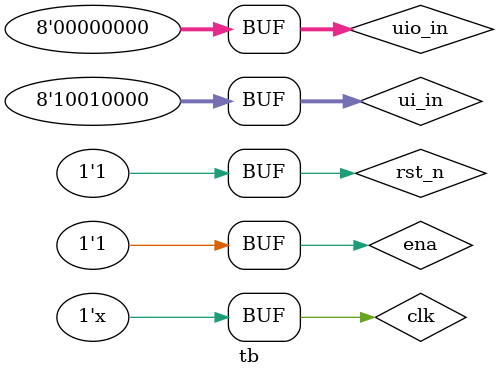
<source format=v>
`timescale 1ns / 1ps

module tb;

  reg        clk;
  reg        rst_n;
  reg        ena;
  reg [7:0]  ui_in;
  wire [7:0] uo_out;

  reg  [7:0] uio_in = 8'b0;
  wire [7:0] uio_out;
  wire [7:0] uio_oe;

  tt_um_vedic_4x4 dut (
    .clk(clk),
    .rst_n(rst_n),
    .ena(ena),
    .ui_in(ui_in),
    .uo_out(uo_out),
    .uio_in(uio_in),
    .uio_out(uio_out),
    .uio_oe(uio_oe)
  );

  always #5 clk = ~clk;

  initial begin
   

    clk = 0;
    ena = 1;
    rst_n = 0;
    ui_in = 8'b0;

    #20 rst_n = 1;

    ui_in = {4'd3, 4'd2};
    #20;

    ui_in = {4'd5, 4'd4};
    #20;

    ui_in = {4'd15, 4'd15};
    #20;

    ui_in = {4'd9, 4'd0};
    #20;

   
  end

endmodule

</source>
